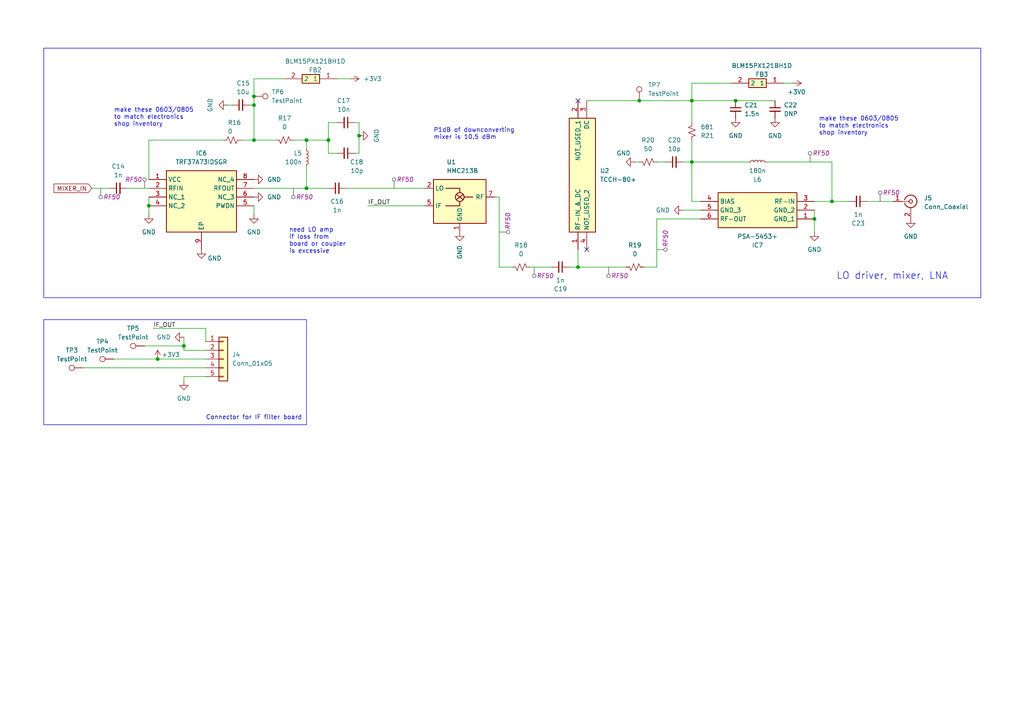
<source format=kicad_sch>
(kicad_sch (version 20230121) (generator eeschema)
  (paper "A4")
  (lib_symbols
    (symbol "Connector:Conn_Coaxial" (pin_names (offset 1.016) hide)
      (property "Reference" "J" (at 0.254 3.048 0))
      (property "Value" "Conn_Coaxial" (at 2.921 0 90))
      (symbol "Conn_Coaxial_0_1"
        (arc (start -1.778 -0.508) (mid 0.2311 -1.8066) (end 1.778 0) (stroke (width 0.254)))
        (polyline (pts (xy -2.54 0) (xy -0.508 0)))
        (polyline (pts (xy 0 -2.54) (xy 0 -1.778)))
        (circle (center 0 0) (radius 0.508) (stroke (width 0.2032)))
        (arc (start 1.778 0) (mid 0.2099 1.8101) (end -1.778 0.508) (stroke (width 0.254)))
      )
      (symbol "Conn_Coaxial_1_1"
        (pin passive line (at -5.08 0 0) (length 2.54) (name "In") (number "1"))
        (pin passive line (at 0 -5.08 90) (length 2.54) (name "Ext") (number "2"))
      )
    )
    (symbol "Connector:TestPoint" (pin_numbers hide) (pin_names (offset 0.762) hide)
      (property "Reference" "TP" (at 0 6.858 0))
      (property "Value" "TestPoint" (at 0 5.08 0))
      (symbol "TestPoint_0_1"
        (circle (center 0 3.302) (radius 0.762))
      )
      (symbol "TestPoint_1_1"
        (pin passive line (at 0 0 90) (length 2.54) (name "1") (number "1"))
      )
    )
    (symbol "Connector_Generic:Conn_01x05" (pin_names (offset 1.016) hide)
      (property "Reference" "J" (at 0 7.62 0))
      (property "Value" "Conn_01x05" (at 0 -7.62 0))
      (symbol "Conn_01x05_1_1"
        (rectangle (start -1.27 -4.953) (end 0 -5.207) (stroke (width 0.1524)))
        (rectangle (start -1.27 -2.413) (end 0 -2.667) (stroke (width 0.1524)))
        (rectangle (start -1.27 0.127) (end 0 -0.127) (stroke (width 0.1524)))
        (rectangle (start -1.27 2.667) (end 0 2.413) (stroke (width 0.1524)))
        (rectangle (start -1.27 5.207) (end 0 4.953) (stroke (width 0.1524)))
        (rectangle (start -1.27 6.35) (end 1.27 -6.35) (stroke (width 0.254)) (fill (type background)))
        (pin passive line (at -5.08 5.08 0) (length 3.81) (name "Pin_1") (number "1"))
        (pin passive line (at -5.08 2.54 0) (length 3.81) (name "Pin_2") (number "2"))
        (pin passive line (at -5.08 0 0) (length 3.81) (name "Pin_3") (number "3"))
        (pin passive line (at -5.08 -2.54 0) (length 3.81) (name "Pin_4") (number "4"))
        (pin passive line (at -5.08 -5.08 0) (length 3.81) (name "Pin_5") (number "5"))
      )
    )
    (symbol "Device:C_Small" (pin_numbers hide) (pin_names (offset 0.254) hide)
      (property "Reference" "C" (at 0.254 1.778 0))
      (property "Value" "C_Small" (at 0.254 -2.032 0))
      (symbol "C_Small_0_1"
        (polyline (pts (xy -1.524 -0.508) (xy 1.524 -0.508)) (stroke (width 0.3302)))
        (polyline (pts (xy -1.524 0.508) (xy 1.524 0.508)) (stroke (width 0.3048)))
      )
      (symbol "C_Small_1_1"
        (pin passive line (at 0 2.54 270) (length 2.032) (name "~") (number "1"))
        (pin passive line (at 0 -2.54 90) (length 2.032) (name "~") (number "2"))
      )
    )
    (symbol "Device:L_Small" (pin_numbers hide) (pin_names (offset 0.254) hide)
      (property "Reference" "L" (at 0.762 1.016 0))
      (property "Value" "L_Small" (at 0.762 -1.016 0))
      (symbol "L_Small_0_1"
        (arc (start 0 -2.032) (mid 0.5058 -1.524) (end 0 -1.016))
        (arc (start 0 -1.016) (mid 0.5058 -0.508) (end 0 0))
        (arc (start 0 0) (mid 0.5058 0.508) (end 0 1.016))
        (arc (start 0 1.016) (mid 0.5058 1.524) (end 0 2.032))
      )
      (symbol "L_Small_1_1"
        (pin passive line (at 0 2.54 270) (length 0.508) (name "~") (number "1"))
        (pin passive line (at 0 -2.54 90) (length 0.508) (name "~") (number "2"))
      )
    )
    (symbol "Device:R_Small_US" (pin_numbers hide) (pin_names (offset 0.254) hide)
      (property "Reference" "R" (at 0.762 0.508 0))
      (property "Value" "R_Small_US" (at 0.762 -1.016 0))
      (symbol "R_Small_US_1_1"
        (polyline (pts (xy 0 0) (xy 1.016 -0.381) (xy 0 -0.762) (xy -1.016 -1.143) (xy 0 -1.524)))
        (polyline (pts (xy 0 1.524) (xy 1.016 1.143) (xy 0 0.762) (xy -1.016 0.381) (xy 0 0)))
        (pin passive line (at 0 2.54 270) (length 1.016) (name "~") (number "1"))
        (pin passive line (at 0 -2.54 90) (length 1.016) (name "~") (number "2"))
      )
    )
    (symbol "RF_Mixer:HMC213B"
      (property "Reference" "U" (at -6.35 8.89 0))
      (property "Value" "HMC213B" (at 5.08 8.89 0))
      (symbol "HMC213B_0_1"
        (rectangle (start -7.62 7.62) (end 7.62 -5.08) (stroke (width 0.254)) (fill (type background)))
        (polyline (pts (xy -1.016 1.778) (xy 1.016 3.302)) (stroke (width 0.254)))
        (polyline (pts (xy -1.016 3.302) (xy 1.016 1.778)) (stroke (width 0.254)))
        (polyline (pts (xy 1.27 2.54) (xy 3.81 2.54)) (stroke (width 0.254)))
        (polyline (pts (xy 0 1.27) (xy 0 0) (xy -4.064 0)) (stroke (width 0.254)))
        (polyline (pts (xy 0 3.81) (xy 0 5.08) (xy -4.064 5.08)) (stroke (width 0.254)))
        (circle (center 0 2.54) (radius 1.27) (stroke (width 0.254)))
      )
      (symbol "HMC213B_1_1"
        (pin power_in line (at 0 -7.62 90) (length 2.54) (name "GND") (number "1"))
        (pin passive line (at -10.16 5.08 0) (length 2.54) (name "LO") (number "2"))
        (pin passive line (at 0 -7.62 90) (length 2.54) hide (name "GND") (number "3"))
        (pin no_connect line (at 5.08 -5.08 90) (length 2.54) hide (name "NC") (number "4"))
        (pin passive line (at -10.16 0 0) (length 2.54) (name "IF") (number "5"))
        (pin passive line (at 0 -7.62 90) (length 2.54) hide (name "GND") (number "6"))
        (pin passive line (at 10.16 2.54 180) (length 2.54) (name "RF") (number "7"))
        (pin passive line (at 0 -7.62 90) (length 2.54) hide (name "GND") (number "8"))
      )
    )
    (symbol "SamacSys_Parts:BLM15PX121BH1D"
      (property "Reference" "FB" (at 3.81 6.35 0))
      (property "Value" "BLM15PX121BH1D" (at 3.81 3.81 0))
      (symbol "BLM15PX121BH1D_1_1"
        (rectangle (start 5.08 1.27) (end 10.16 -1.27) (stroke (width 0.254)) (fill (type background)))
        (pin passive line (at 0 0 0) (length 5.08) (name "1") (number "1"))
        (pin passive line (at 15.24 0 180) (length 5.08) (name "2") (number "2"))
      )
    )
    (symbol "SamacSys_Parts:PSA-5453+"
      (property "Reference" "IC" (at 29.21 7.62 0))
      (property "Value" "PSA-5453+" (at 29.21 5.08 0))
      (symbol "PSA-5453+_1_1"
        (rectangle (start 5.08 2.54) (end 27.94 -7.62) (stroke (width 0.254)) (fill (type background)))
        (pin passive line (at 0 0 0) (length 5.08) (name "GND_1") (number "1"))
        (pin passive line (at 0 -2.54 0) (length 5.08) (name "GND_2") (number "2"))
        (pin passive line (at 0 -5.08 0) (length 5.08) (name "RF-IN") (number "3"))
        (pin passive line (at 33.02 -5.08 180) (length 5.08) (name "BIAS") (number "4"))
        (pin passive line (at 33.02 -2.54 180) (length 5.08) (name "GND_3") (number "5"))
        (pin passive line (at 33.02 0 180) (length 5.08) (name "RF-OUT") (number "6"))
      )
    )
    (symbol "SamacSys_Parts:TCCH-80+"
      (property "Reference" "U" (at 39.37 7.62 0))
      (property "Value" "TCCH-80+" (at 39.37 5.08 0))
      (symbol "TCCH-80+_1_1"
        (rectangle (start 5.08 2.54) (end 38.1 -5.08) (stroke (width 0.254)) (fill (type background)))
        (pin passive line (at 0 0 0) (length 5.08) (name "RF-IN_&_DC") (number "1"))
        (pin passive line (at 43.18 0 180) (length 5.08) (name "NOT_USED_1") (number "2"))
        (pin passive line (at 43.18 -2.54 180) (length 5.08) (name "DC") (number "3"))
        (pin passive line (at 0 -2.54 0) (length 5.08) (name "NOT_USED_2") (number "4"))
      )
    )
    (symbol "SamacSys_Parts:TRF37A73IDSGR"
      (property "Reference" "IC" (at 26.67 7.62 0))
      (property "Value" "TRF37A73IDSGR" (at 26.67 5.08 0))
      (symbol "TRF37A73IDSGR_1_1"
        (rectangle (start 5.08 2.54) (end 25.4 -15.24) (stroke (width 0.254)) (fill (type background)))
        (pin passive line (at 0 0 0) (length 5.08) (name "VCC") (number "1"))
        (pin passive line (at 0 -2.54 0) (length 5.08) (name "RFIN") (number "2"))
        (pin passive line (at 0 -5.08 0) (length 5.08) (name "NC_1") (number "3"))
        (pin passive line (at 0 -7.62 0) (length 5.08) (name "NC_2") (number "4"))
        (pin passive line (at 30.48 -7.62 180) (length 5.08) (name "PWDN") (number "5"))
        (pin passive line (at 30.48 -5.08 180) (length 5.08) (name "NC_3") (number "6"))
        (pin passive line (at 30.48 -2.54 180) (length 5.08) (name "RFOUT") (number "7"))
        (pin passive line (at 30.48 0 180) (length 5.08) (name "NC_4") (number "8"))
        (pin passive line (at 15.24 -20.32 90) (length 5.08) (name "EP") (number "9"))
      )
    )
    (symbol "power:+3V0" (power) (pin_names (offset 0))
      (property "Value" "+3V0" (at 0 3.556 0))
      (symbol "+3V0_0_1"
        (polyline (pts (xy -0.762 1.27) (xy 0 2.54)))
        (polyline (pts (xy 0 0) (xy 0 2.54)))
        (polyline (pts (xy 0 2.54) (xy 0.762 1.27)))
      )
      (symbol "+3V0_1_1"
        (pin power_in line (at 0 0 90) (length 0) hide (name "+3V0") (number "1"))
      )
    )
    (symbol "power:+3V3" (power) (pin_names (offset 0))
      (property "Value" "+3V3" (at 0 3.556 0))
      (symbol "+3V3_0_1"
        (polyline (pts (xy -0.762 1.27) (xy 0 2.54)))
        (polyline (pts (xy 0 0) (xy 0 2.54)))
        (polyline (pts (xy 0 2.54) (xy 0.762 1.27)))
      )
      (symbol "+3V3_1_1"
        (pin power_in line (at 0 0 90) (length 0) hide (name "+3V3") (number "1"))
      )
    )
    (symbol "power:GND" (power) (pin_names (offset 0))
      (property "Value" "GND" (at 0 -3.81 0))
      (symbol "GND_0_1"
        (polyline (pts (xy 0 0) (xy 0 -1.27) (xy 1.27 -1.27) (xy 0 -2.54) (xy -1.27 -1.27) (xy 0 -1.27)))
      )
      (symbol "GND_1_1"
        (pin power_in line (at 0 0 270) (length 0) hide (name "GND") (number "1"))
      )
    )
  )
  (junction (at 73.66 40.64))
  (junction (at 88.9 40.64))
  (junction (at 95.25 40.64))
  (junction (at 236.22 63.5))
  (junction (at 43.18 59.69))
  (junction (at 73.66 27.94))
  (junction (at 200.66 29.21))
  (junction (at 73.66 30.48))
  (junction (at 185.42 29.21))
  (junction (at 213.36 29.21))
  (junction (at 200.66 46.99))
  (junction (at 53.34 100.33))
  (junction (at 104.14 39.37))
  (junction (at 167.64 77.47))
  (junction (at 241.3 58.42))
  (junction (at 45.72 104.14))
  (junction (at 88.9 54.61))
  (no_connect (at 167.64 29.21))
  (no_connect (at 170.18 72.39))
  (wire (pts (xy 104.14 39.37) (xy 104.14 35.56)))
  (wire (pts (xy 200.66 40.64) (xy 200.66 46.99)))
  (wire (pts (xy 104.14 39.37) (xy 104.14 44.45)))
  (wire (pts (xy 73.66 54.61) (xy 88.9 54.61)))
  (wire (pts (xy 59.69 95.25) (xy 59.69 99.06)))
  (wire (pts (xy 241.3 46.99) (xy 241.3 58.42)))
  (wire (pts (xy 101.6 22.86) (xy 97.79 22.86)))
  (wire (pts (xy 200.66 29.21) (xy 213.36 29.21)))
  (wire (pts (xy 236.22 67.31) (xy 236.22 63.5)))
  (wire (pts (xy 185.42 29.21) (xy 200.66 29.21)))
  (wire (pts (xy 95.25 40.64) (xy 95.25 35.56)))
  (wire (pts (xy 200.66 58.42) (xy 200.66 46.99)))
  (wire (pts (xy 43.18 40.64) (xy 43.18 52.07)))
  (wire (pts (xy 100.33 54.61) (xy 123.19 54.61)))
  (wire (pts (xy 251.46 58.42) (xy 259.08 58.42)))
  (wire (pts (xy 200.66 46.99) (xy 217.17 46.99)))
  (wire (pts (xy 33.02 104.14) (xy 45.72 104.14)))
  (wire (pts (xy 73.66 59.69) (xy 73.66 62.23)))
  (wire (pts (xy 26.67 54.61) (xy 31.75 54.61)))
  (wire (pts (xy 73.66 30.48) (xy 73.66 27.94)))
  (wire (pts (xy 213.36 29.21) (xy 224.79 29.21)))
  (wire (pts (xy 200.66 24.13) (xy 212.09 24.13)))
  (wire (pts (xy 73.66 27.94) (xy 73.66 22.86)))
  (wire (pts (xy 73.66 22.86) (xy 82.55 22.86)))
  (wire (pts (xy 170.18 29.21) (xy 185.42 29.21)))
  (wire (pts (xy 167.64 72.39) (xy 167.64 77.47)))
  (wire (pts (xy 88.9 54.61) (xy 95.25 54.61)))
  (wire (pts (xy 144.78 57.15) (xy 144.78 77.47)))
  (wire (pts (xy 69.85 40.64) (xy 73.66 40.64)))
  (wire (pts (xy 190.5 63.5) (xy 203.2 63.5)))
  (wire (pts (xy 53.34 97.79) (xy 53.34 100.33)))
  (wire (pts (xy 43.18 40.64) (xy 64.77 40.64)))
  (wire (pts (xy 53.34 110.49) (xy 53.34 109.22)))
  (wire (pts (xy 88.9 40.64) (xy 95.25 40.64)))
  (wire (pts (xy 186.69 77.47) (xy 190.5 77.47)))
  (wire (pts (xy 198.12 46.99) (xy 200.66 46.99)))
  (wire (pts (xy 53.34 101.6) (xy 59.69 101.6)))
  (wire (pts (xy 153.67 77.47) (xy 160.02 77.47)))
  (wire (pts (xy 144.78 77.47) (xy 148.59 77.47)))
  (wire (pts (xy 203.2 58.42) (xy 200.66 58.42)))
  (wire (pts (xy 43.18 59.69) (xy 43.18 62.23)))
  (wire (pts (xy 241.3 58.42) (xy 246.38 58.42)))
  (wire (pts (xy 95.25 44.45) (xy 97.79 44.45)))
  (wire (pts (xy 53.34 109.22) (xy 59.69 109.22)))
  (wire (pts (xy 144.78 57.15) (xy 143.51 57.15)))
  (wire (pts (xy 104.14 35.56) (xy 102.87 35.56)))
  (wire (pts (xy 24.13 106.68) (xy 59.69 106.68)))
  (wire (pts (xy 200.66 29.21) (xy 200.66 35.56)))
  (wire (pts (xy 88.9 48.26) (xy 88.9 54.61)))
  (wire (pts (xy 72.39 30.48) (xy 73.66 30.48)))
  (wire (pts (xy 41.91 100.33) (xy 53.34 100.33)))
  (wire (pts (xy 104.14 44.45) (xy 102.87 44.45)))
  (wire (pts (xy 45.72 104.14) (xy 59.69 104.14)))
  (wire (pts (xy 200.66 29.21) (xy 200.66 24.13)))
  (wire (pts (xy 167.64 77.47) (xy 181.61 77.47)))
  (wire (pts (xy 236.22 63.5) (xy 236.22 60.96)))
  (wire (pts (xy 67.31 30.48) (xy 66.04 30.48)))
  (wire (pts (xy 53.34 100.33) (xy 53.34 101.6)))
  (wire (pts (xy 190.5 46.99) (xy 193.04 46.99)))
  (wire (pts (xy 222.25 46.99) (xy 241.3 46.99)))
  (wire (pts (xy 229.87 24.13) (xy 227.33 24.13)))
  (wire (pts (xy 236.22 58.42) (xy 241.3 58.42)))
  (wire (pts (xy 198.12 60.96) (xy 203.2 60.96)))
  (wire (pts (xy 73.66 30.48) (xy 73.66 40.64)))
  (wire (pts (xy 44.45 95.25) (xy 59.69 95.25)))
  (wire (pts (xy 36.83 54.61) (xy 43.18 54.61)))
  (wire (pts (xy 95.25 44.45) (xy 95.25 40.64)))
  (wire (pts (xy 190.5 77.47) (xy 190.5 63.5)))
  (wire (pts (xy 88.9 40.64) (xy 88.9 43.18)))
  (wire (pts (xy 185.42 46.99) (xy 184.15 46.99)))
  (wire (pts (xy 73.66 40.64) (xy 80.01 40.64)))
  (wire (pts (xy 43.18 57.15) (xy 43.18 59.69)))
  (wire (pts (xy 95.25 35.56) (xy 97.79 35.56)))
  (wire (pts (xy 165.1 77.47) (xy 167.64 77.47)))
  (wire (pts (xy 106.68 59.69) (xy 123.19 59.69)))
  (wire (pts (xy 85.09 40.64) (xy 88.9 40.64)))
  (rectangle (start 12.7 13.97) (end 284.48 86.36))
  (rectangle (start 12.7 92.71) (end 88.9 123.19))
  (text "need LO amp\nif loss from\nboard or coupler\nis excessive" (at 83.82 73.66 0) (effects (font (size 1.27 1.27)) (justify left bottom)))
  (text "make these 0603/0805\nto match electronics \nshop inventory" (at 237.49 39.37 0) (effects (font (size 1.27 1.27)) (justify left bottom)))
  (text "P1dB of downconverting\nmixer is 10.5 dBm " (at 125.73 40.64 0) (effects (font (size 1.27 1.27)) (justify left bottom)))
  (text "Connector for IF filter board" (at 59.69 121.92 0) (effects (font (size 1.27 1.27)) (justify left bottom)))
  (text "LO driver, mixer, LNA" (at 242.57 81.28 0) (effects (font (size 2 2)) (justify left bottom)))
  (text "make these 0603/0805\nto match electronics \nshop inventory" (at 33.02 36.83 0) (effects (font (size 1.27 1.27)) (justify left bottom)))
  (label "IF_OUT" (at 44.45 95.25 0))
  (label "IF_OUT" (at 106.68 59.69 0))
  (global_label "MIXER_IN" (shape input) (at 26.67 54.61 180) (property "Intersheetrefs" "${INTERSHEET_REFS}" (effects hide)))
  (netclass_flag "" (length 2.54) (shape round) (at 114.3 54.61 0) (property "Netclass" "RF50" (at 114.9985 52.07 0) (effects (font italic) (justify left))))
  (netclass_flag "" (length 2.54) (shape round) (at 41.91 54.61 0) (property "Netclass" "RF50" (at 41.2115 52.07 0) (effects (font italic) (justify right))))
  (netclass_flag "" (length 2.54) (shape round) (at 29.21 54.61 180) (property "Netclass" "RF50" (at 29.9085 57.15 0) (effects (font italic) (justify left))))
  (netclass_flag "" (length 2.54) (shape round) (at 190.5 72.39 270) (property "Netclass" "RF50" (at 193.04 71.6915 90) (effects (font italic) (justify left))))
  (netclass_flag "" (length 2.54) (shape round) (at 255.27 58.42 0) (property "Netclass" "RF50" (at 255.9685 55.88 0) (effects (font italic) (justify left))))
  (netclass_flag "" (length 2.54) (shape round) (at 234.95 46.99 0) (property "Netclass" "RF50" (at 235.6485 44.45 0) (effects (font italic) (justify left))))
  (netclass_flag "" (length 2.54) (shape round) (at 85.09 54.61 180) (property "Netclass" "RF50" (at 85.7885 57.15 0) (effects (font italic) (justify left))))
  (netclass_flag "" (length 2.54) (shape round) (at 144.78 67.31 270) (property "Netclass" "RF50" (at 147.32 66.6115 90) (effects (font italic) (justify left))))
  (netclass_flag "" (length 2.54) (shape round) (at 154.94 77.47 180) (property "Netclass" "RF50" (at 155.6385 80.01 0) (effects (font italic) (justify left))))
  (netclass_flag "" (length 2.54) (shape round) (at 176.53 77.47 180) (property "Netclass" "RF50" (at 177.2285 80.01 0) (effects (font italic) (justify left))))
  (symbol (lib_id "Device:R_Small_US") (at 67.31 40.64 90) (unit 1)
    (property "Reference" "R16" (at 66.04 35.56 90) (effects (justify right)))
    (property "Value" "0" (at 66.04 38.1 90) (effects (justify right)))
    (property "Footprint" "Resistor_SMD:R_0402_1005Metric_Pad0.72x0.64mm_HandSolder" (effects hide))
  )
  (symbol (lib_id "power:GND") (at 104.14 39.37 90) (mirror x) (unit 1)
    (property "Reference" "#PWR053" (effects hide))
    (property "Value" "GND" (at 109.22 39.37 0))
  )
  (symbol (lib_id "Device:C_Small") (at 248.92 58.42 270) (unit 1)
    (property "Reference" "C23" (at 248.9137 64.77 90))
    (property "Value" "1n" (at 248.9137 62.23 90))
    (property "Footprint" "Capacitor_SMD:C_0402_1005Metric" (effects hide))
  )
  (symbol (lib_id "Device:R_Small_US") (at 200.66 38.1 0) (mirror x) (unit 1)
    (property "Reference" "R21" (at 203.2 39.37 0) (effects (justify left)))
    (property "Value" "681" (at 203.2 36.83 0) (effects (justify left)))
    (property "Footprint" "Resistor_SMD:R_0402_1005Metric_Pad0.72x0.64mm_HandSolder" (effects hide))
  )
  (symbol (lib_id "power:+3V0") (at 229.87 24.13 270) (unit 1)
    (property "Reference" "#PWR059" (effects hide))
    (property "Value" "+3V0" (at 233.68 26.67 90) (effects (justify right)))
  )
  (symbol (lib_id "power:GND") (at 58.42 72.39 0) (mirror y) (unit 1)
    (property "Reference" "#PWR047" (effects hide))
    (property "Value" "GND" (at 62.23 74.93 0))
  )
  (symbol (lib_id "Connector:TestPoint") (at 24.13 106.68 90) (unit 1)
    (property "Reference" "TP3" (at 20.828 101.6 90))
    (property "Value" "TestPoint" (at 20.828 104.14 90))
    (property "Footprint" "TestPoint:TestPoint_Pad_1.0x1.0mm" (effects hide))
  )
  (symbol (lib_id "SamacSys_Parts:PSA-5453+") (at 236.22 63.5 180) (unit 1)
    (property "Reference" "IC7" (at 219.71 71.12 0))
    (property "Value" "PSA-5453+" (at 219.71 68.58 0))
    (property "Footprint" "SamacSys_Parts:SOT65P215X100-6N" (effects hide))
    (property "Datasheet" "https://www.minicircuits.com/WebStore/dashboardPdf?model=PSA-5453%2B" (effects hide))
    (property "Height" "1" (effects hide))
    (property "Manufacturer_Name" "Mini-Circuits" (effects hide))
    (property "Manufacturer_Part_Number" "PSA-5453+" (effects hide))
    (property "Mouser Part Number" "139-PSA-5453" (effects hide))
    (property "Mouser Price/Stock" "https://www.mouser.co.uk/ProductDetail/Mini-Circuits/PSA-5453%2b?qs=xZ%2FP%252Ba9zWqb3io%252BERTrFxA%3D%3D" (effects hide))
  )
  (symbol (lib_id "power:GND") (at 224.79 34.29 0) (unit 1)
    (property "Reference" "#PWR058" (effects hide))
    (property "Value" "GND" (at 224.79 39.37 0))
  )
  (symbol (lib_id "RF_Mixer:HMC213B") (at 133.35 59.69 0) (unit 1)
    (property "Reference" "U1" (at 129.54 46.99 0) (effects (justify left)))
    (property "Value" "HMC213B" (at 129.54 49.53 0) (effects (justify left)))
    (property "Footprint" "Package_SO:MSOP-8_3x3mm_P0.65mm" (effects hide))
    (property "Datasheet" "https://www.analog.com/media/en/technical-documentation/data-sheets/hmc213B.pdf" (effects hide))
  )
  (symbol (lib_id "power:GND") (at 66.04 30.48 270) (mirror x) (unit 1)
    (property "Reference" "#PWR048" (effects hide))
    (property "Value" "GND" (at 60.96 30.48 0))
  )
  (symbol (lib_id "power:GND") (at 53.34 110.49 0) (mirror y) (unit 1)
    (property "Reference" "#PWR046" (effects hide))
    (property "Value" "GND" (at 53.34 115.57 0))
  )
  (symbol (lib_id "Device:R_Small_US") (at 82.55 40.64 90) (mirror x) (unit 1)
    (property "Reference" "R17" (at 82.55 34.29 90))
    (property "Value" "0" (at 82.55 36.83 90))
    (property "Footprint" "Resistor_SMD:R_0402_1005Metric_Pad0.72x0.64mm_HandSolder" (effects hide))
  )
  (symbol (lib_id "Device:C_Small") (at 195.58 46.99 90) (mirror x) (unit 1)
    (property "Reference" "C20" (at 195.5863 40.64 90))
    (property "Value" "10p" (at 195.5863 43.18 90))
    (property "Footprint" "Capacitor_SMD:C_0402_1005Metric_Pad0.74x0.62mm_HandSolder" (effects hide))
  )
  (symbol (lib_id "Device:C_Small") (at 97.79 54.61 90) (mirror x) (unit 1)
    (property "Reference" "C16" (at 97.79 58.42 90))
    (property "Value" "1n" (at 97.79 60.96 90))
    (property "Footprint" "Capacitor_SMD:C_0402_1005Metric" (effects hide))
  )
  (symbol (lib_id "Connector:TestPoint") (at 73.66 27.94 270) (unit 1)
    (property "Reference" "TP6" (at 78.74 26.67 90) (effects (justify left)))
    (property "Value" "TestPoint" (at 78.74 29.21 90) (effects (justify left)))
    (property "Footprint" "TestPoint:TestPoint_Pad_1.0x1.0mm" (effects hide))
  )
  (symbol (lib_id "SamacSys_Parts:BLM15PX121BH1D") (at 227.33 24.13 180) (unit 1)
    (property "Reference" "FB3" (at 220.98 21.59 0))
    (property "Value" "BLM15PX121BH1D" (at 220.98 19.05 0))
    (property "Footprint" "SamacSys_Parts:BLM15PX_BH1" (effects hide))
    (property "Datasheet" "https://www.murata.com/en-global/products/productdetail.aspx?cate=luNoiseSupprFilteChipFerriBead&partno=BLM15PX121BH1%23" (effects hide))
    (property "Mouser Part Number" "81-BLM15PX121BH1D" (effects hide))
    (property "Mouser Price/Stock" "https://www.mouser.co.uk/ProductDetail/Murata-Electronics/BLM15PX121BH1D?qs=9vOqFld9vZVEANUCBIdXVQ%3D%3D" (effects hide))
    (property "Manufacturer_Name" "Murata Electronics" (effects hide))
    (property "Manufacturer_Part_Number" "BLM15PX121BH1D" (effects hide))
  )
  (symbol (lib_id "power:GND") (at 198.12 60.96 270) (mirror x) (unit 1)
    (property "Reference" "#PWR056" (effects hide))
    (property "Value" "GND" (at 194.31 60.96 90) (effects (justify right)))
  )
  (symbol (lib_id "power:GND") (at 213.36 34.29 0) (unit 1)
    (property "Reference" "#PWR057" (effects hide))
    (property "Value" "GND" (at 213.36 39.37 0))
  )
  (symbol (lib_id "Connector:TestPoint") (at 33.02 104.14 90) (unit 1)
    (property "Reference" "TP4" (at 29.718 99.06 90))
    (property "Value" "TestPoint" (at 29.718 101.6 90))
    (property "Footprint" "TestPoint:TestPoint_Pad_1.0x1.0mm" (effects hide))
  )
  (symbol (lib_id "Device:C_Small") (at 162.56 77.47 270) (unit 1)
    (property "Reference" "C19" (at 162.5537 83.82 90))
    (property "Value" "1n" (at 162.5537 81.28 90))
    (property "Footprint" "Capacitor_SMD:C_0402_1005Metric" (effects hide))
  )
  (symbol (lib_id "power:+3V3") (at 45.72 104.14 0) (unit 1)
    (property "Reference" "#PWR044" (effects hide))
    (property "Value" "+3V3" (at 49.53 102.87 0))
  )
  (symbol (lib_id "power:+3V3") (at 101.6 22.86 270) (unit 1)
    (property "Reference" "#PWR052" (effects hide))
    (property "Value" "+3V3" (at 105.41 22.86 90) (effects (justify left)))
  )
  (symbol (lib_id "Device:C_Small") (at 213.36 31.75 0) (mirror y) (unit 1)
    (property "Reference" "C21" (at 215.9 30.4863 0) (effects (justify right)))
    (property "Value" "1.5n" (at 215.9 33.0263 0) (effects (justify right)))
    (property "Footprint" "Capacitor_SMD:C_0402_1005Metric_Pad0.74x0.62mm_HandSolder" (effects hide))
  )
  (symbol (lib_id "SamacSys_Parts:BLM15PX121BH1D") (at 97.79 22.86 180) (unit 1)
    (property "Reference" "FB2" (at 91.44 20.32 0))
    (property "Value" "BLM15PX121BH1D" (at 91.44 17.78 0))
    (property "Footprint" "SamacSys_Parts:BLM15PX_BH1" (effects hide))
    (property "Datasheet" "https://www.murata.com/en-global/products/productdetail.aspx?cate=luNoiseSupprFilteChipFerriBead&partno=BLM15PX121BH1%23" (effects hide))
    (property "Mouser Part Number" "81-BLM15PX121BH1D" (effects hide))
    (property "Mouser Price/Stock" "https://www.mouser.co.uk/ProductDetail/Murata-Electronics/BLM15PX121BH1D?qs=9vOqFld9vZVEANUCBIdXVQ%3D%3D" (effects hide))
    (property "Manufacturer_Name" "Murata Electronics" (effects hide))
    (property "Manufacturer_Part_Number" "BLM15PX121BH1D" (effects hide))
  )
  (symbol (lib_id "Device:R_Small_US") (at 184.15 77.47 270) (mirror x) (unit 1)
    (property "Reference" "R19" (at 184.15 71.12 90))
    (property "Value" "0" (at 184.15 73.66 90))
    (property "Footprint" "Resistor_SMD:R_0402_1005Metric" (effects hide))
  )
  (symbol (lib_id "Connector:Conn_Coaxial") (at 264.16 58.42 0) (unit 1)
    (property "Reference" "J5" (at 267.97 57.4432 0) (effects (justify left)))
    (property "Value" "Conn_Coaxial" (at 267.97 59.9832 0) (effects (justify left)))
    (property "Footprint" "Connector_Coaxial:SMA_Molex_73251-1153_EdgeMount_Horizontal" (effects hide))
    (property "Datasheet" " ~" (effects hide))
  )
  (symbol (lib_id "Device:L_Small") (at 88.9 45.72 0) (mirror x) (unit 1)
    (property "Reference" "L5" (at 87.63 44.45 0) (effects (justify right)))
    (property "Value" "100n" (at 87.63 46.99 0) (effects (justify right)))
    (property "Footprint" "Inductor_SMD:L_0402_1005Metric" (effects hide))
  )
  (symbol (lib_id "Connector:TestPoint") (at 41.91 100.33 90) (unit 1)
    (property "Reference" "TP5" (at 38.608 95.25 90))
    (property "Value" "TestPoint" (at 38.608 97.79 90))
    (property "Footprint" "TestPoint:TestPoint_Pad_1.0x1.0mm" (effects hide))
  )
  (symbol (lib_id "Device:C_Small") (at 34.29 54.61 90) (mirror x) (unit 1)
    (property "Reference" "C14" (at 34.2963 48.26 90))
    (property "Value" "1n" (at 34.2963 50.8 90))
    (property "Footprint" "Capacitor_SMD:C_0402_1005Metric" (effects hide))
  )
  (symbol (lib_id "Device:R_Small_US") (at 151.13 77.47 270) (mirror x) (unit 1)
    (property "Reference" "R18" (at 151.13 71.12 90))
    (property "Value" "0" (at 151.13 73.66 90))
    (property "Footprint" "Resistor_SMD:R_0402_1005Metric" (effects hide))
  )
  (symbol (lib_id "Device:C_Small") (at 100.33 44.45 270) (mirror x) (unit 1)
    (property "Reference" "C18" (at 105.41 46.99 90) (effects (justify right)))
    (property "Value" "10p" (at 105.41 49.53 90) (effects (justify right)))
    (property "Footprint" "Capacitor_SMD:C_0402_1005Metric_Pad0.74x0.62mm_HandSolder" (effects hide))
  )
  (symbol (lib_id "power:GND") (at 73.66 57.15 90) (mirror x) (unit 1)
    (property "Reference" "#PWR050" (effects hide))
    (property "Value" "GND" (at 77.47 57.15 90) (effects (justify right)))
  )
  (symbol (lib_id "Device:L_Small") (at 219.71 46.99 270) (mirror x) (unit 1)
    (property "Reference" "L6" (at 219.71 52.07 90))
    (property "Value" "180n" (at 219.71 49.53 90))
    (property "Footprint" "Inductor_SMD:L_0402_1005Metric" (effects hide))
  )
  (symbol (lib_id "Device:C_Small") (at 100.33 35.56 270) (mirror x) (unit 1)
    (property "Reference" "C17" (at 101.6 29.21 90) (effects (justify right)))
    (property "Value" "10n" (at 101.6 31.75 90) (effects (justify right)))
    (property "Footprint" "Capacitor_SMD:C_0603_1608Metric_Pad1.08x0.95mm_HandSolder" (effects hide))
  )
  (symbol (lib_id "Device:C_Small") (at 224.79 31.75 0) (mirror y) (unit 1)
    (property "Reference" "C22" (at 227.33 30.4863 0) (effects (justify right)))
    (property "Value" "DNP" (at 227.33 33.0263 0) (effects (justify right)))
    (property "Footprint" "Capacitor_SMD:C_0402_1005Metric_Pad0.74x0.62mm_HandSolder" (effects hide))
  )
  (symbol (lib_id "power:GND") (at 43.18 62.23 0) (mirror y) (unit 1)
    (property "Reference" "#PWR043" (effects hide))
    (property "Value" "GND" (at 43.18 67.31 0))
  )
  (symbol (lib_id "SamacSys_Parts:TCCH-80+") (at 167.64 72.39 90) (unit 1)
    (property "Reference" "U2" (at 173.99 49.53 90) (effects (justify right)))
    (property "Value" "TCCH-80+" (at 173.99 52.07 90) (effects (justify right)))
    (property "Footprint" "SamacSys_Parts:TCCH80" (effects hide))
    (property "Datasheet" "https://www.minicircuits.com/pdfs/TCCH-80+.pdf" (effects hide))
    (property "Height" "3.81" (effects hide))
    (property "Manufacturer_Name" "Mini-Circuits" (effects hide))
    (property "Manufacturer_Part_Number" "TCCH-80+" (effects hide))
    (property "Mouser Part Number" "139-TCCH-80" (effects hide))
    (property "Mouser Price/Stock" "https://www.mouser.co.uk/ProductDetail/Mini-Circuits/TCCH-80%2b?qs=xZ%2FP%252Ba9zWqbIZgt27nGgHg%3D%3D" (effects hide))
  )
  (symbol (lib_id "Device:C_Small") (at 69.85 30.48 90) (mirror x) (unit 1)
    (property "Reference" "C15" (at 68.58 24.13 90) (effects (justify right)))
    (property "Value" "10u" (at 68.58 26.67 90) (effects (justify right)))
    (property "Footprint" "Capacitor_SMD:C_0805_2012Metric_Pad1.18x1.45mm_HandSolder" (effects hide))
  )
  (symbol (lib_id "Connector_Generic:Conn_01x05") (at 64.77 104.14 0) (unit 1)
    (property "Reference" "J4" (at 67.31 102.87 0) (effects (justify left)))
    (property "Value" "Conn_01x05" (at 67.31 105.41 0) (effects (justify left)))
    (property "Footprint" "Connector_PinHeader_2.54mm:PinHeader_1x05_P2.54mm_Vertical" (effects hide))
  )
  (symbol (lib_id "Connector:TestPoint") (at 185.42 29.21 0) (unit 1)
    (property "Reference" "TP7" (at 187.96 24.638 0) (effects (justify left)))
    (property "Value" "TestPoint" (at 187.96 27.178 0) (effects (justify left)))
    (property "Footprint" "TestPoint:TestPoint_Pad_1.0x1.0mm" (effects hide))
  )
  (symbol (lib_id "power:GND") (at 184.15 46.99 270) (mirror x) (unit 1)
    (property "Reference" "#PWR055" (effects hide))
    (property "Value" "GND" (at 182.88 44.45 90) (effects (justify right)))
  )
  (symbol (lib_id "power:GND") (at 73.66 52.07 90) (mirror x) (unit 1)
    (property "Reference" "#PWR049" (effects hide))
    (property "Value" "GND" (at 77.47 52.07 90) (effects (justify right)))
  )
  (symbol (lib_id "Device:R_Small_US") (at 187.96 46.99 270) (mirror x) (unit 1)
    (property "Reference" "R20" (at 187.96 40.64 90))
    (property "Value" "50" (at 187.96 43.18 90))
    (property "Footprint" "Resistor_SMD:R_0603_1608Metric_Pad0.98x0.95mm_HandSolder" (effects hide))
  )
  (symbol (lib_id "SamacSys_Parts:TRF37A73IDSGR") (at 43.18 52.07 0) (unit 1)
    (property "Reference" "IC6" (at 58.42 44.45 0))
    (property "Value" "TRF37A73IDSGR" (at 58.42 46.99 0))
    (property "Footprint" "SamacSys_Parts:SON50P200X200X80-9N" (effects hide))
    (property "Datasheet" "https://www.ti.com/lit/gpn/trf37a73" (effects hide))
    (property "Height" "0.8" (effects hide))
    (property "Mouser Part Number" "595-TRF37A73IDSGR" (effects hide))
    (property "Mouser Price/Stock" "https://www.mouser.co.uk/ProductDetail/Texas-Instruments/TRF37A73IDSGR?qs=7z%252BmIopC6%2FLSVnZOjS1Ggg%3D%3D" (effects hide))
    (property "Manufacturer_Name" "Texas Instruments" (effects hide))
    (property "Manufacturer_Part_Number" "TRF37A73IDSGR" (effects hide))
  )
  (symbol (lib_id "power:GND") (at 133.35 67.31 0) (unit 1)
    (property "Reference" "#PWR054" (effects hide))
    (property "Value" "GND" (at 133.35 71.12 90) (effects (justify right)))
  )
  (symbol (lib_id "power:GND") (at 264.16 63.5 0) (mirror y) (unit 1)
    (property "Reference" "#PWR061" (effects hide))
    (property "Value" "GND" (at 264.16 68.58 0))
  )
  (symbol (lib_id "power:GND") (at 73.66 62.23 0) (mirror y) (unit 1)
    (property "Reference" "#PWR051" (effects hide))
    (property "Value" "GND" (at 73.66 67.31 0))
  )
  (symbol (lib_id "power:GND") (at 236.22 67.31 0) (mirror y) (unit 1)
    (property "Reference" "#PWR060" (effects hide))
    (property "Value" "GND" (at 236.22 72.39 0))
  )
  (symbol (lib_id "power:GND") (at 53.34 97.79 270) (mirror x) (unit 1)
    (property "Reference" "#PWR045" (effects hide))
    (property "Value" "GND" (at 49.53 97.79 90) (effects (justify right)))
  )
)
</source>
